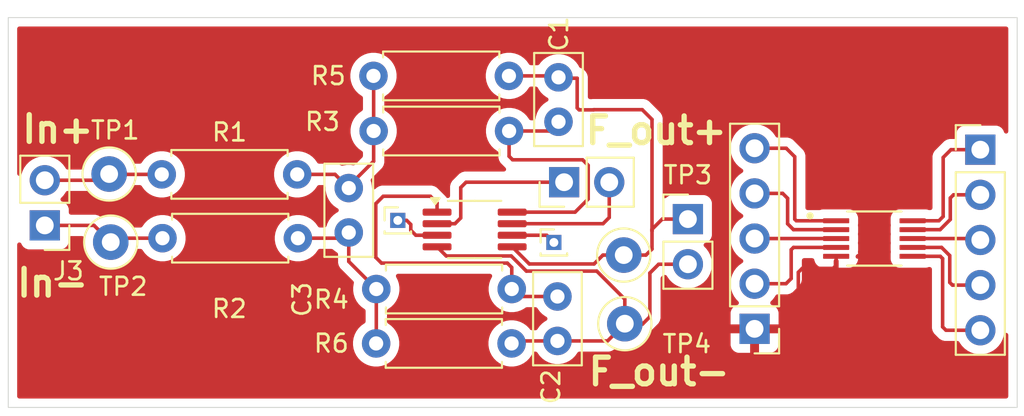
<source format=kicad_pcb>
(kicad_pcb (version 20241229) (generator "pcbnew") (generator_version "9.0")
  (layers (0 "F.Cu" signal) (2 "B.Cu" signal) (13 "F.Paste" user) (15 "B.Paste" user) (5 "F.SilkS" user "F.Silkscreen") (7 "B.SilkS" user "B.Silkscreen") (1 "F.Mask" user) (3 "B.Mask" user) (25 "Edge.Cuts" user))
  (net 0 "")
  (net 1 "Net-(U1-+)")
  (net 2 "Net-(J4-Pin_1)")
  (net 3 "Net-(U1--)")
  (net 4 "Net-(J4-Pin_2)")
  (net 5 "Net-(C3-Pad2)")
  (net 6 "Net-(C3-Pad1)")
  (net 7 "Net-(J1-Pin_1)")
  (net 8 "Net-(J1-Pin_3)")
  (net 9 "Net-(J1-Pin_4)")
  (net 10 "Net-(J1-Pin_5)")
  (net 11 "Net-(J1-Pin_2)")
  (net 12 "Net-(J2-Pin_2)")
  (net 13 "Net-(J2-Pin_3)")
  (net 14 "Net-(J2-Pin_4)")
  (net 15 "Net-(J2-Pin_5)")
  (net 16 "Net-(J3-Pin_2)")
  (net 17 "Net-(J3-Pin_1)")
  (net 18 "Net-(J5-Pin_1)")
  (net 19 "Net-(J6-Pin_1)")
  (net 20 "Net-(J7-Pin_1)")
  (net 21 "Net-(J7-Pin_2)")
  (net 22 "GND")
  (footprint "Package_SO:MSOP-8_3x3mm_P0.65mm" (layer "F.Cu") (at 41.56 31.56)
    (property "Reference" "U1" (hide yes))
    (property "Value" "LTC1992-x-xMS8")
    (fp_line (start 0 -1.61) (end -1.5 -1.61) (stroke (width 0.12)) (layer "F.SilkS"))
    (fp_line (start 0 -1.61) (end 1.5 -1.61) (stroke (width 0.12)) (layer "F.SilkS"))
    (fp_line (start 0 1.61) (end -1.5 1.61) (stroke (width 0.12)) (layer "F.SilkS"))
    (fp_line (start 0 1.61) (end 1.5 1.61) (stroke (width 0.12)) (layer "F.SilkS"))
    (fp_poly (pts (xy -2.2125 -1.435) (xy -2.4525 -1.765) (xy -1.9725 -1.765)) (stroke (width 0.12)) (fill yes) (layer "F.SilkS"))
    (pad "1" smd roundrect (at -2.1125 -0.975) (size 1.625 0.4) (layers "F.Cu" "F.Mask" "F.Paste") (net 3 "Net-(U1--)"))
    (pad "2" smd roundrect (at -2.1125 -0.325) (size 1.625 0.4) (layers "F.Cu" "F.Mask" "F.Paste") (net 20 "Net-(J7-Pin_1)"))
    (pad "3" smd roundrect (at -2.1125 0.325) (size 1.625 0.4) (layers "F.Cu" "F.Mask" "F.Paste") (net 18 "Net-(J5-Pin_1)"))
    (pad "4" smd roundrect (at -2.1125 0.975) (size 1.625 0.4) (layers "F.Cu" "F.Mask" "F.Paste") (net 4 "Net-(J4-Pin_2)"))
    (pad "5" smd roundrect (at 2.1125 0.975) (size 1.625 0.4) (layers "F.Cu" "F.Mask" "F.Paste") (net 2 "Net-(J4-Pin_1)"))
    (pad "6" smd roundrect (at 2.1125 0.325) (size 1.625 0.4) (layers "F.Cu" "F.Mask" "F.Paste") (net 19 "Net-(J6-Pin_1)"))
    (pad "7" smd roundrect (at 2.1125 -0.325) (size 1.625 0.4) (layers "F.Cu" "F.Mask" "F.Paste") (net 21 "Net-(J7-Pin_2)"))
    (pad "8" smd roundrect (at 2.1125 -0.975) (size 1.625 0.4) (layers "F.Cu" "F.Mask" "F.Paste") (net 1 "Net-(U1-+)"))
  )
  (footprint "Connector_PinHeader_2.54mm:PinHeader_1x02_P2.54mm_Vertical" (layer "F.Cu") (at 17.38 31.33 180)
    (property "Reference" "J3" (at -1.33 -2.57 0) (layer "F.SilkS"))
    (property "Value" "Conn_01x02")
    (fp_line (start 1.38 1.27) (end 1.38 3.92) (stroke (width 0.12)) (layer "F.SilkS"))
    (fp_line (start -1.38 3.92) (end 1.38 3.92) (stroke (width 0.12)) (layer "F.SilkS"))
    (fp_line (start -1.38 1.27) (end 1.38 1.27) (stroke (width 0.12)) (layer "F.SilkS"))
    (fp_line (start -1.38 1.27) (end -1.38 3.92) (stroke (width 0.12)) (layer "F.SilkS"))
    (fp_line (start -1.38 0) (end -1.38 -1.38) (stroke (width 0.12)) (layer "F.SilkS"))
    (fp_line (start -1.38 -1.38) (end 0 -1.38) (stroke (width 0.12)) (layer "F.SilkS"))
    (pad "1" thru_hole rect (at 0 0 180) (size 1.7 1.7) (drill 1) (layers "*.Cu" "*.Mask") (net 17 "Net-(J3-Pin_1)"))
    (pad "2" thru_hole circle (at 0 2.54 180) (size 1.7 1.7) (drill 1) (layers "*.Cu" "*.Mask") (net 16 "Net-(J3-Pin_2)"))
  )
  (footprint "TestPoint:TestPoint_Loop_D2.50mm_Drill1.0mm" (layer "F.Cu") (at 21.09 32.27)
    (property "Reference" "TP2" (at 0.7 2.5 0) (layer "F.SilkS"))
    (property "Value" "TestPoint")
    (fp_circle (center 0 0) (end 1.5 0) (stroke (width 0.12)) (fill no) (layer "F.SilkS"))
    (pad "1" thru_hole circle (at 0 0) (size 2 2) (drill 1) (layers "*.Cu" "*.Mask") (net 17 "Net-(J3-Pin_1)"))
  )
  (footprint "Resistor_THT:R_Axial_DIN0207_L6.3mm_D2.5mm_P7.62mm_Horizontal" (layer "F.Cu") (at 36.03 34.91)
    (property "Reference" "R4" (at -2.53 0.59 0) (layer "F.SilkS"))
    (property "Value" "2.25k")
    (fp_line (start 0.54 -1.37) (end 7.08 -1.37) (stroke (width 0.12)) (layer "F.SilkS"))
    (fp_line (start 0.54 -1.04) (end 0.54 -1.37) (stroke (width 0.12)) (layer "F.SilkS"))
    (fp_line (start 0.54 1.04) (end 0.54 1.37) (stroke (width 0.12)) (layer "F.SilkS"))
    (fp_line (start 0.54 1.37) (end 7.08 1.37) (stroke (width 0.12)) (layer "F.SilkS"))
    (fp_line (start 7.08 -1.37) (end 7.08 -1.04) (stroke (width 0.12)) (layer "F.SilkS"))
    (fp_line (start 7.08 1.37) (end 7.08 1.04) (stroke (width 0.12)) (layer "F.SilkS"))
    (pad "1" thru_hole circle (at 0 0) (size 1.6 1.6) (drill 0.8) (layers "*.Cu" "*.Mask") (net 6 "Net-(C3-Pad1)"))
    (pad "2" thru_hole oval (at 7.62 0) (size 1.6 1.6) (drill 0.8) (layers "*.Cu" "*.Mask") (net 3 "Net-(U1--)"))
  )
  (footprint "Connector_PinHeader_1.00mm:PinHeader_1x01_P1.00mm_Vertical" (layer "F.Cu") (at 37.24 31.05)
    (property "Reference" "J5" (hide yes))
    (property "Value" "Conn_01x01")
    (fp_line (start -0.745 -0.735) (end 0 -0.735) (stroke (width 0.12)) (layer "F.SilkS"))
    (fp_line (start -0.745 0) (end -0.745 -0.735) (stroke (width 0.12)) (layer "F.SilkS"))
    (fp_line (start -0.745 0.735) (end -0.745 0.61) (stroke (width 0.12)) (layer "F.SilkS"))
    (fp_line (start -0.745 0.735) (end -0.685565 0.735) (stroke (width 0.12)) (layer "F.SilkS"))
    (fp_line (start -0.745 0.735) (end 0.745 0.735) (stroke (width 0.12)) (layer "F.SilkS"))
    (fp_line (start 0.685565 0.735) (end 0.745 0.735) (stroke (width 0.12)) (layer "F.SilkS"))
    (fp_line (start 0.745 0.735) (end 0.745 0.61) (stroke (width 0.12)) (layer "F.SilkS"))
    (pad "1" thru_hole rect (at 0 0) (size 0.85 0.85) (drill 0.5) (layers "*.Cu" "*.Mask") (net 18 "Net-(J5-Pin_1)"))
  )
  (footprint "Capacitor_THT:C_Disc_D5.0mm_W2.5mm_P2.50mm" (layer "F.Cu") (at 46.28 25.5 90)
    (property "Reference" "C1" (at 4.94 0.02 90) (layer "F.SilkS"))
    (property "Value" "100pF")
    (fp_line (start 3.87 -1.37) (end 3.87 1.37) (stroke (width 0.12)) (layer "F.SilkS"))
    (fp_line (start -1.37 -1.37) (end 3.87 -1.37) (stroke (width 0.12)) (layer "F.SilkS"))
    (fp_line (start -1.37 -1.37) (end -1.37 1.37) (stroke (width 0.12)) (layer "F.SilkS"))
    (fp_line (start -1.37 1.37) (end 3.87 1.37) (stroke (width 0.12)) (layer "F.SilkS"))
    (pad "1" thru_hole circle (at 0 0 90) (size 1.6 1.6) (drill 0.8) (layers "*.Cu" "*.Mask") (net 1 "Net-(U1-+)"))
    (pad "2" thru_hole circle (at 2.5 0 90) (size 1.6 1.6) (drill 0.8) (layers "*.Cu" "*.Mask") (net 2 "Net-(J4-Pin_1)"))
  )
  (footprint "Capacitor_THT:C_Disc_D5.0mm_W2.5mm_P2.50mm" (layer "F.Cu") (at 46.22 35.33 -90)
    (property "Reference" "C2" (at 5.08 0.36 90) (layer "F.SilkS"))
    (property "Value" "100pF")
    (fp_line (start -1.37 1.37) (end 3.87 1.37) (stroke (width 0.12)) (layer "F.SilkS"))
    (fp_line (start -1.37 -1.37) (end -1.37 1.37) (stroke (width 0.12)) (layer "F.SilkS"))
    (fp_line (start -1.37 -1.37) (end 3.87 -1.37) (stroke (width 0.12)) (layer "F.SilkS"))
    (fp_line (start 3.87 -1.37) (end 3.87 1.37) (stroke (width 0.12)) (layer "F.SilkS"))
    (pad "1" thru_hole circle (at 0 0 270) (size 1.6 1.6) (drill 0.8) (layers "*.Cu" "*.Mask") (net 3 "Net-(U1--)"))
    (pad "2" thru_hole circle (at 2.5 0 270) (size 1.6 1.6) (drill 0.8) (layers "*.Cu" "*.Mask") (net 4 "Net-(J4-Pin_2)"))
  )
  (footprint "Connector_PinHeader_1.00mm:PinHeader_1x01_P1.00mm_Vertical" (layer "F.Cu") (at 46.02 32.29)
    (property "Reference" "J6" (hide yes))
    (property "Value" "Conn_01x01")
    (fp_line (start -0.745 -0.735) (end 0 -0.735) (stroke (width 0.12)) (layer "F.SilkS"))
    (fp_line (start -0.745 0) (end -0.745 -0.735) (stroke (width 0.12)) (layer "F.SilkS"))
    (fp_line (start -0.745 0.735) (end -0.745 0.61) (stroke (width 0.12)) (layer "F.SilkS"))
    (fp_line (start -0.745 0.735) (end -0.685565 0.735) (stroke (width 0.12)) (layer "F.SilkS"))
    (fp_line (start -0.745 0.735) (end 0.745 0.735) (stroke (width 0.12)) (layer "F.SilkS"))
    (fp_line (start 0.685565 0.735) (end 0.745 0.735) (stroke (width 0.12)) (layer "F.SilkS"))
    (fp_line (start 0.745 0.735) (end 0.745 0.61) (stroke (width 0.12)) (layer "F.SilkS"))
    (pad "1" thru_hole rect (at 0 0) (size 0.85 0.85) (drill 0.5) (layers "*.Cu" "*.Mask") (net 19 "Net-(J6-Pin_1)"))
  )
  (footprint "MCP33131D-05-E_MS:SOP50P490X110-10N" (layer "F.Cu") (at 64.05 32.07)
    (property "Reference" "U2" (hide yes))
    (property "Value" "~" (hide yes))
    (fp_line (start -1.525 -1.525) (end 1.525 -1.525) (stroke (width 0.127)) (layer "F.SilkS"))
    (fp_line (start -1.525 1.525) (end 1.525 1.525) (stroke (width 0.127)) (layer "F.SilkS"))
    (fp_circle (center -3.62 -1.28) (end -3.52 -1.28) (stroke (width 0.2)) (fill no) (layer "F.SilkS"))
    (pad "1" smd roundrect (at -2.15 -1) (size 1.47 0.28) (layers "F.Cu" "F.Mask" "F.Paste") (roundrect_rratio 0.125) (net 15 "Net-(J2-Pin_5)"))
    (pad "2" smd roundrect (at -2.15 -0.5) (size 1.47 0.28) (layers "F.Cu" "F.Mask" "F.Paste") (roundrect_rratio 0.125) (net 14 "Net-(J2-Pin_4)"))
    (pad "3" smd roundrect (at -2.15 0) (size 1.47 0.28) (layers "F.Cu" "F.Mask" "F.Paste") (roundrect_rratio 0.125) (net 13 "Net-(J2-Pin_3)"))
    (pad "4" smd roundrect (at -2.15 0.5) (size 1.47 0.28) (layers "F.Cu" "F.Mask" "F.Paste") (roundrect_rratio 0.125) (net 12 "Net-(J2-Pin_2)"))
    (pad "5" smd roundrect (at -2.15 1) (size 1.47 0.28) (layers "F.Cu" "F.Mask" "F.Paste") (roundrect_rratio 0.125) (net 22 "GND"))
    (pad "6" smd roundrect (at 2.15 1) (size 1.47 0.28) (layers "F.Cu" "F.Mask" "F.Paste") (roundrect_rratio 0.125) (net 10 "Net-(J1-Pin_5)"))
    (pad "7" smd roundrect (at 2.15 0.5) (size 1.47 0.28) (layers "F.Cu" "F.Mask" "F.Paste") (roundrect_rratio 0.125) (net 9 "Net-(J1-Pin_4)"))
    (pad "8" smd roundrect (at 2.15 0) (size 1.47 0.28) (layers "F.Cu" "F.Mask" "F.Paste") (roundrect_rratio 0.125) (net 8 "Net-(J1-Pin_3)"))
    (pad "9" smd roundrect (at 2.15 -0.5) (size 1.47 0.28) (layers "F.Cu" "F.Mask" "F.Paste") (roundrect_rratio 0.125) (net 11 "Net-(J1-Pin_2)"))
    (pad "10" smd roundrect (at 2.15 -1) (size 1.47 0.28) (layers "F.Cu" "F.Mask" "F.Paste") (roundrect_rratio 0.125) (net 7 "Net-(J1-Pin_1)"))
  )
  (footprint "TestPoint:TestPoint_Loop_D2.50mm_Drill1.0mm" (layer "F.Cu") (at 21 28.44)
    (property "Reference" "TP1" (at 0.34 -2.46 0) (layer "F.SilkS"))
    (property "Value" "TestPoint")
    (fp_circle (center 0 0) (end 1.5 0) (stroke (width 0.12)) (fill no) (layer "F.SilkS"))
    (pad "1" thru_hole circle (at 0 0) (size 2 2) (drill 1) (layers "*.Cu" "*.Mask") (net 16 "Net-(J3-Pin_2)"))
  )
  (footprint "Connector_PinHeader_2.54mm:PinHeader_1x02_P2.54mm_Vertical" (layer "F.Cu") (at 46.595 28.9 90)
    (property "Reference" "J7" (hide yes))
    (property "Value" "Conn_01x02")
    (fp_line (start -1.38 -1.38) (end 0 -1.38) (stroke (width 0.12)) (layer "F.SilkS"))
    (fp_line (start -1.38 0) (end -1.38 -1.38) (stroke (width 0.12)) (layer "F.SilkS"))
    (fp_line (start 1.38 1.27) (end 1.38 3.92) (stroke (width 0.12)) (layer "F.SilkS"))
    (fp_line (start -1.38 1.27) (end 1.38 1.27) (stroke (width 0.12)) (layer "F.SilkS"))
    (fp_line (start -1.38 1.27) (end -1.38 3.92) (stroke (width 0.12)) (layer "F.SilkS"))
    (fp_line (start -1.38 3.92) (end 1.38 3.92) (stroke (width 0.12)) (layer "F.SilkS"))
    (pad "1" thru_hole rect (at 0 0 90) (size 1.7 1.7) (drill 1) (layers "*.Cu" "*.Mask") (net 20 "Net-(J7-Pin_1)"))
    (pad "2" thru_hole circle (at 0 2.54 90) (size 1.7 1.7) (drill 1) (layers "*.Cu" "*.Mask") (net 21 "Net-(J7-Pin_2)"))
  )
  (footprint "Resistor_THT:R_Axial_DIN0207_L6.3mm_D2.5mm_P7.62mm_Horizontal" (layer "F.Cu") (at 36.02 37.97)
    (property "Reference" "R6" (at -2.52 0 0) (layer "F.SilkS"))
    (property "Value" "4.5k")
    (fp_line (start 0.54 -1.37) (end 7.08 -1.37) (stroke (width 0.12)) (layer "F.SilkS"))
    (fp_line (start 0.54 -1.04) (end 0.54 -1.37) (stroke (width 0.12)) (layer "F.SilkS"))
    (fp_line (start 0.54 1.04) (end 0.54 1.37) (stroke (width 0.12)) (layer "F.SilkS"))
    (fp_line (start 0.54 1.37) (end 7.08 1.37) (stroke (width 0.12)) (layer "F.SilkS"))
    (fp_line (start 7.08 -1.37) (end 7.08 -1.04) (stroke (width 0.12)) (layer "F.SilkS"))
    (fp_line (start 7.08 1.37) (end 7.08 1.04) (stroke (width 0.12)) (layer "F.SilkS"))
    (pad "1" thru_hole circle (at 0 0) (size 1.6 1.6) (drill 0.8) (layers "*.Cu" "*.Mask") (net 6 "Net-(C3-Pad1)"))
    (pad "2" thru_hole oval (at 7.62 0) (size 1.6 1.6) (drill 0.8) (layers "*.Cu" "*.Mask") (net 4 "Net-(J4-Pin_2)"))
  )
  (footprint "TestPoint:TestPoint_Loop_D2.50mm_Drill1.0mm" (layer "F.Cu") (at 49.95 33 180)
    (property "Reference" "TP3" (hide yes))
    (property "Value" "TestPoint")
    (fp_circle (center 0 0) (end 1.5 0) (stroke (width 0.12)) (fill no) (layer "F.SilkS"))
    (pad "1" thru_hole circle (at 0 0 180) (size 2 2) (drill 1) (layers "*.Cu" "*.Mask") (net 2 "Net-(J4-Pin_1)"))
  )
  (footprint "Capacitor_THT:C_Disc_D5.0mm_W2.5mm_P2.50mm" (layer "F.Cu") (at 34.48 31.73 90)
    (property "Reference" "C3" (at -3.77 -2.626649 90) (layer "F.SilkS"))
    (property "Value" "200pF")
    (fp_line (start 3.87 -1.37) (end 3.87 1.37) (stroke (width 0.12)) (layer "F.SilkS"))
    (fp_line (start -1.37 -1.37) (end 3.87 -1.37) (stroke (width 0.12)) (layer "F.SilkS"))
    (fp_line (start -1.37 -1.37) (end -1.37 1.37) (stroke (width 0.12)) (layer "F.SilkS"))
    (fp_line (start -1.37 1.37) (end 3.87 1.37) (stroke (width 0.12)) (layer "F.SilkS"))
    (pad "1" thru_hole circle (at 0 0 90) (size 1.6 1.6) (drill 0.8) (layers "*.Cu" "*.Mask") (net 6 "Net-(C3-Pad1)"))
    (pad "2" thru_hole circle (at 2.5 0 90) (size 1.6 1.6) (drill 0.8) (layers "*.Cu" "*.Mask") (net 5 "Net-(C3-Pad2)"))
  )
  (footprint "TestPoint:TestPoint_Loop_D2.50mm_Drill1.0mm" (layer "F.Cu") (at 50.01 36.86 180)
    (property "Reference" "TP4" (at -3.49 -1.14 0) (layer "F.SilkS"))
    (property "Value" "TestPoint")
    (fp_circle (center 0 0) (end 1.5 0) (stroke (width 0.12)) (fill no) (layer "F.SilkS"))
    (pad "1" thru_hole circle (at 0 0 180) (size 2 2) (drill 1) (layers "*.Cu" "*.Mask") (net 4 "Net-(J4-Pin_2)"))
  )
  (footprint "Resistor_THT:R_Axial_DIN0207_L6.3mm_D2.5mm_P7.62mm_Horizontal" (layer "F.Cu") (at 35.88 26.02)
    (property "Reference" "R3" (at -2.88 -0.52 0) (layer "F.SilkS"))
    (property "Value" "2.25k")
    (fp_line (start 0.54 -1.37) (end 7.08 -1.37) (stroke (width 0.12)) (layer "F.SilkS"))
    (fp_line (start 0.54 -1.04) (end 0.54 -1.37) (stroke (width 0.12)) (layer "F.SilkS"))
    (fp_line (start 0.54 1.04) (end 0.54 1.37) (stroke (width 0.12)) (layer "F.SilkS"))
    (fp_line (start 0.54 1.37) (end 7.08 1.37) (stroke (width 0.12)) (layer "F.SilkS"))
    (fp_line (start 7.08 -1.37) (end 7.08 -1.04) (stroke (width 0.12)) (layer "F.SilkS"))
    (fp_line (start 7.08 1.37) (end 7.08 1.04) (stroke (width 0.12)) (layer "F.SilkS"))
    (pad "1" thru_hole circle (at 0 0) (size 1.6 1.6) (drill 0.8) (layers "*.Cu" "*.Mask") (net 5 "Net-(C3-Pad2)"))
    (pad "2" thru_hole oval (at 7.62 0) (size 1.6 1.6) (drill 0.8) (layers "*.Cu" "*.Mask") (net 1 "Net-(U1-+)"))
  )
  (footprint "Resistor_THT:R_Axial_DIN0207_L6.3mm_D2.5mm_P7.62mm_Horizontal" (layer "F.Cu") (at 23.96 28.46)
    (property "Reference" "R1" (at 3.81 -2.37 0) (layer "F.SilkS"))
    (property "Value" "4.5k")
    (fp_line (start 0.54 -1.37) (end 7.08 -1.37) (stroke (width 0.12)) (layer "F.SilkS"))
    (fp_line (start 0.54 -1.04) (end 0.54 -1.37) (stroke (width 0.12)) (layer "F.SilkS"))
    (fp_line (start 0.54 1.04) (end 0.54 1.37) (stroke (width 0.12)) (layer "F.SilkS"))
    (fp_line (start 0.54 1.37) (end 7.08 1.37) (stroke (width 0.12)) (layer "F.SilkS"))
    (fp_line (start 7.08 -1.37) (end 7.08 -1.04) (stroke (width 0.12)) (layer "F.SilkS"))
    (fp_line (start 7.08 1.37) (end 7.08 1.04) (stroke (width 0.12)) (layer "F.SilkS"))
    (pad "1" thru_hole circle (at 0 0) (size 1.6 1.6) (drill 0.8) (layers "*.Cu" "*.Mask") (net 16 "Net-(J3-Pin_2)"))
    (pad "2" thru_hole oval (at 7.62 0) (size 1.6 1.6) (drill 0.8) (layers "*.Cu" "*.Mask") (net 5 "Net-(C3-Pad2)"))
  )
  (footprint "Resistor_THT:R_Axial_DIN0207_L6.3mm_D2.5mm_P7.62mm_Horizontal" (layer "F.Cu") (at 24 32.05)
    (property "Reference" "R2" (at 3.76 3.97 0) (layer "F.SilkS"))
    (property "Value" "4.5k")
    (fp_line (start 0.54 -1.37) (end 7.08 -1.37) (stroke (width 0.12)) (layer "F.SilkS"))
    (fp_line (start 0.54 -1.04) (end 0.54 -1.37) (stroke (width 0.12)) (layer "F.SilkS"))
    (fp_line (start 0.54 1.04) (end 0.54 1.37) (stroke (width 0.12)) (layer "F.SilkS"))
    (fp_line (start 0.54 1.37) (end 7.08 1.37) (stroke (width 0.12)) (layer "F.SilkS"))
    (fp_line (start 7.08 -1.37) (end 7.08 -1.04) (stroke (width 0.12)) (layer "F.SilkS"))
    (fp_line (start 7.08 1.37) (end 7.08 1.04) (stroke (width 0.12)) (layer "F.SilkS"))
    (pad "1" thru_hole circle (at 0 0) (size 1.6 1.6) (drill 0.8) (layers "*.Cu" "*.Mask") (net 17 "Net-(J3-Pin_1)"))
    (pad "2" thru_hole oval (at 7.62 0) (size 1.6 1.6) (drill 0.8) (layers "*.Cu" "*.Mask") (net 6 "Net-(C3-Pad1)"))
  )
  (footprint "Connector_PinHeader_2.54mm:PinHeader_1x05_P2.54mm_Vertical" (layer "F.Cu") (at 70.01 27.07)
    (property "Reference" "J1" (hide yes))
    (property "Value" "Conn_01x05")
    (fp_line (start -1.38 -1.38) (end 0 -1.38) (stroke (width 0.12)) (layer "F.SilkS"))
    (fp_line (start -1.38 0) (end -1.38 -1.38) (stroke (width 0.12)) (layer "F.SilkS"))
    (fp_line (start -1.38 1.27) (end -1.38 11.54) (stroke (width 0.12)) (layer "F.SilkS"))
    (fp_line (start -1.38 1.27) (end 1.38 1.27) (stroke (width 0.12)) (layer "F.SilkS"))
    (fp_line (start -1.38 11.54) (end 1.38 11.54) (stroke (width 0.12)) (layer "F.SilkS"))
    (fp_line (start 1.38 1.27) (end 1.38 11.54) (stroke (width 0.12)) (layer "F.SilkS"))
    (pad "1" thru_hole rect (at 0 0) (size 1.7 1.7) (drill 1) (layers "*.Cu" "*.Mask") (net 7 "Net-(J1-Pin_1)"))
    (pad "2" thru_hole circle (at 0 2.54) (size 1.7 1.7) (drill 1) (layers "*.Cu" "*.Mask") (net 11 "Net-(J1-Pin_2)"))
    (pad "3" thru_hole circle (at 0 5.08) (size 1.7 1.7) (drill 1) (layers "*.Cu" "*.Mask") (net 8 "Net-(J1-Pin_3)"))
    (pad "4" thru_hole circle (at 0 7.62) (size 1.7 1.7) (drill 1) (layers "*.Cu" "*.Mask") (net 9 "Net-(J1-Pin_4)"))
    (pad "5" thru_hole circle (at 0 10.16) (size 1.7 1.7) (drill 1) (layers "*.Cu" "*.Mask") (net 10 "Net-(J1-Pin_5)"))
  )
  (footprint "Connector_PinHeader_2.54mm:PinHeader_1x05_P2.54mm_Vertical" (layer "F.Cu") (at 57.31 37.15 180)
    (property "Reference" "J2" (hide yes))
    (property "Value" "Conn_01x05")
    (fp_line (start 1.38 1.27) (end 1.38 11.54) (stroke (width 0.12)) (layer "F.SilkS"))
    (fp_line (start -1.38 11.54) (end 1.38 11.54) (stroke (width 0.12)) (layer "F.SilkS"))
    (fp_line (start -1.38 1.27) (end 1.38 1.27) (stroke (width 0.12)) (layer "F.SilkS"))
    (fp_line (start -1.38 1.27) (end -1.38 11.54) (stroke (width 0.12)) (layer "F.SilkS"))
    (fp_line (start -1.38 0) (end -1.38 -1.38) (stroke (width 0.12)) (layer "F.SilkS"))
    (fp_line (start -1.38 -1.38) (end 0 -1.38) (stroke (width 0.12)) (layer "F.SilkS"))
    (pad "1" thru_hole rect (at 0 0 180) (size 1.7 1.7) (drill 1) (layers "*.Cu" "*.Mask") (net 22 "GND"))
    (pad "2" thru_hole circle (at 0 2.54 180) (size 1.7 1.7) (drill 1) (layers "*.Cu" "*.Mask") (net 12 "Net-(J2-Pin_2)"))
    (pad "3" thru_hole circle (at 0 5.08 180) (size 1.7 1.7) (drill 1) (layers "*.Cu" "*.Mask") (net 13 "Net-(J2-Pin_3)"))
    (pad "4" thru_hole circle (at 0 7.62 180) (size 1.7 1.7) (drill 1) (layers "*.Cu" "*.Mask") (net 14 "Net-(J2-Pin_4)"))
    (pad "5" thru_hole circle (at 0 10.16 180) (size 1.7 1.7) (drill 1) (layers "*.Cu" "*.Mask") (net 15 "Net-(J2-Pin_5)"))
  )
  (footprint "Connector_PinHeader_2.54mm:PinHeader_1x02_P2.54mm_Vertical" (layer "F.Cu") (at 53.56 30.975)
    (property "Reference" "J4" (hide yes))
    (property "Value" "Conn_01x02")
    (fp_line (start -1.38 -1.38) (end 0 -1.38) (stroke (width 0.12)) (layer "F.SilkS"))
    (fp_line (start -1.38 0) (end -1.38 -1.38) (stroke (width 0.12)) (layer "F.SilkS"))
    (fp_line (start -1.38 1.27) (end -1.38 3.92) (stroke (width 0.12)) (layer "F.SilkS"))
    (fp_line (start -1.38 1.27) (end 1.38 1.27) (stroke (width 0.12)) (layer "F.SilkS"))
    (fp_line (start -1.38 3.92) (end 1.38 3.92) (stroke (width 0.12)) (layer "F.SilkS"))
    (fp_line (start 1.38 1.27) (end 1.38 3.92) (stroke (width 0.12)) (layer "F.SilkS"))
    (pad "1" thru_hole rect (at 0 0) (size 1.7 1.7) (drill 1) (layers "*.Cu" "*.Mask") (net 2 "Net-(J4-Pin_1)"))
    (pad "2" thru_hole circle (at 0 2.54) (size 1.7 1.7) (drill 1) (layers "*.Cu" "*.Mask") (net 4 "Net-(J4-Pin_2)"))
  )
  (footprint "Resistor_THT:R_Axial_DIN0207_L6.3mm_D2.5mm_P7.62mm_Horizontal" (layer "F.Cu") (at 35.87 22.92)
    (property "Reference" "R5" (at -2.54 0 0) (layer "F.SilkS"))
    (property "Value" "4.5k")
    (fp_line (start 0.54 -1.37) (end 7.08 -1.37) (stroke (width 0.12)) (layer "F.SilkS"))
    (fp_line (start 0.54 -1.04) (end 0.54 -1.37) (stroke (width 0.12)) (layer "F.SilkS"))
    (fp_line (start 0.54 1.04) (end 0.54 1.37) (stroke (width 0.12)) (layer "F.SilkS"))
    (fp_line (start 0.54 1.37) (end 7.08 1.37) (stroke (width 0.12)) (layer "F.SilkS"))
    (fp_line (start 7.08 -1.37) (end 7.08 -1.04) (stroke (width 0.12)) (layer "F.SilkS"))
    (fp_line (start 7.08 1.37) (end 7.08 1.04) (stroke (width 0.12)) (layer "F.SilkS"))
    (pad "1" thru_hole circle (at 0 0) (size 1.6 1.6) (drill 0.8) (layers "*.Cu" "*.Mask") (net 5 "Net-(C3-Pad2)"))
    (pad "2" thru_hole oval (at 7.62 0) (size 1.6 1.6) (drill 0.8) (layers "*.Cu" "*.Mask") (net 2 "Net-(J4-Pin_1)"))
  )
  (gr_rect (start 15.325 19.64) (end 72.085 41.57) (stroke (width 0.05)) (fill no) (layer "Edge.Cuts"))
  (gr_text "TP3\n" (at 53.56 28.5 0) (layer "F.SilkS") (effects (font (size 1 1))))
  (gr_text "In-" (at 15.66 35.45 0) (layer "F.SilkS") (effects (font (size 1.5 1.5) (thickness 0.3) (bold yes)) (justify left bottom)))
  (gr_text "F_out-" (at 47.81 40.44 0) (layer "F.SilkS") (effects (font (size 1.5 1.5) (thickness 0.3) (bold yes)) (justify left bottom)))
  (gr_text "In+\n" (at 15.95 26.8 0) (layer "F.SilkS") (effects (font (size 1.5 1.5) (thickness 0.3) (bold yes)) (justify left bottom)))
  (gr_text "F_out+" (at 47.65 26.87 0) (layer "F.SilkS") (effects (font (size 1.5 1.5) (thickness 0.3) (bold yes)) (justify left bottom)))
  (segment (start 47.95 27.953) (end 47.95 29.847) (width 0.2) (layer "F.Cu") (net 1))
  (segment (start 43.5 26.02) (end 45.76 26.02) (width 0.2) (layer "F.Cu") (net 1))
  (segment (start 43.99 25.53) (end 43.5 26.02) (width 0.2) (layer "F.Cu") (net 1))
  (segment (start 47.637 27.64) (end 47.95 27.953) (width 0.2) (layer "F.Cu") (net 1))
  (segment (start 47.212 30.585) (end 43.6725 30.585) (width 0.2) (layer "F.Cu") (net 1))
  (segment (start 45.76 26.02) (end 46.28 25.5) (width 0.2) (layer "F.Cu") (net 1))
  (segment (start 43.7 27.64) (end 47.637 27.64) (width 0.2) (layer "F.Cu") (net 1))
  (segment (start 47.95 29.847) (end 47.212 30.585) (width 0.2) (layer "F.Cu") (net 1))
  (segment (start 43.5 26.02) (end 43.5 27.44) (width 0.2) (layer "F.Cu") (net 1))
  (segment (start 43.5 27.44) (end 43.7 27.64) (width 0.2) (layer "F.Cu") (net 1))
  (segment (start 51.54 25.37) (end 51.54 31.64) (width 0.2) (layer "F.Cu") (net 2))
  (segment (start 51.2 33) (end 51.54 32.66) (width 0.2) (layer "F.Cu") (net 2))
  (segment (start 46.2 22.92) (end 46.28 23) (width 0.2) (layer "F.Cu") (net 2))
  (segment (start 49.95 33) (end 51.2 33) (width 0.2) (layer "F.Cu") (net 2))
  (segment (start 50.99 24.82) (end 51.54 25.37) (width 0.2) (layer "F.Cu") (net 2))
  (segment (start 48.28 33.5) (end 48.78 33) (width 0.2) (layer "F.Cu") (net 2))
  (segment (start 48.26 24.83) (end 48.27 24.82) (width 0.2) (layer "F.Cu") (net 2))
  (segment (start 43.6725 32.535) (end 44.6375 33.5) (width 0.2) (layer "F.Cu") (net 2))
  (segment (start 44.6375 33.5) (end 48.28 33.5) (width 0.2) (layer "F.Cu") (net 2))
  (segment (start 46.28 23) (end 46.33 23.05) (width 0.2) (layer "F.Cu") (net 2))
  (segment (start 52.115 30.975) (end 53.56 30.975) (width 0.2) (layer "F.Cu") (net 2))
  (segment (start 47.44 24.83) (end 48.26 24.83) (width 0.2) (layer "F.Cu") (net 2))
  (segment (start 47.33 24.72) (end 47.44 24.83) (width 0.2) (layer "F.Cu") (net 2))
  (segment (start 48.78 33) (end 49.95 33) (width 0.2) (layer "F.Cu") (net 2))
  (segment (start 46.33 23.05) (end 47.33 23.05) (width 0.2) (layer "F.Cu") (net 2))
  (segment (start 47.33 23.05) (end 47.33 24.72) (width 0.2) (layer "F.Cu") (net 2))
  (segment (start 51.54 31.55) (end 52.115 30.975) (width 0.2) (layer "F.Cu") (net 2))
  (segment (start 51.54 32.66) (end 51.54 31.64) (width 0.2) (layer "F.Cu") (net 2))
  (segment (start 43.49 22.92) (end 46.2 22.92) (width 0.2) (layer "F.Cu") (net 2))
  (segment (start 43.5 22.97) (end 43.38 22.85) (width 0.2) (layer "F.Cu") (net 2))
  (segment (start 51.54 31.64) (end 51.54 31.55) (width 0.2) (layer "F.Cu") (net 2))
  (segment (start 48.27 24.82) (end 50.99 24.82) (width 0.2) (layer "F.Cu") (net 2))
  (segment (start 36 30.11) (end 36.42 29.69) (width 0.2) (layer "F.Cu") (net 3))
  (segment (start 39.4475 30.0675) (end 39.4475 30.585) (width 0.2) (layer "F.Cu") (net 3))
  (segment (start 44.07 35.33) (end 43.65 34.91) (width 0.2) (layer "F.Cu") (net 3))
  (segment (start 46.22 35.33) (end 44.07 35.33) (width 0.2) (layer "F.Cu") (net 3))
  (segment (start 43.65 33.7) (end 43.401 33.451) (width 0.2) (layer "F.Cu") (net 3))
  (segment (start 43.401 33.451) (end 36.321 33.451) (width 0.2) (layer "F.Cu") (net 3))
  (segment (start 39.07 29.69) (end 39.4475 30.0675) (width 0.2) (layer "F.Cu") (net 3))
  (segment (start 36.42 29.69) (end 39.07 29.69) (width 0.2) (layer "F.Cu") (net 3))
  (segment (start 36 33.13) (end 36 30.11) (width 0.2) (layer "F.Cu") (net 3))
  (segment (start 36.321 33.451) (end 36 33.13) (width 0.2) (layer "F.Cu") (net 3))
  (segment (start 43.65 34.91) (end 43.65 33.7) (width 0.2) (layer "F.Cu") (net 3))
  (segment (start 50.01 35.48) (end 50.01 36.86) (width 0.2) (layer "F.Cu") (net 4))
  (segment (start 48.431 33.901) (end 50.01 35.48) (width 0.2) (layer "F.Cu") (net 4))
  (segment (start 39.4475 32.535) (end 39.9625 33.05) (width 0.2) (layer "F.Cu") (net 4))
  (segment (start 50.01 36.86) (end 50.99 36.86) (width 0.2) (layer "F.Cu") (net 4))
  (segment (start 44.4714 33.901) (end 48.431 33.901) (width 0.2) (layer "F.Cu") (net 4))
  (segment (start 39.9625 33.05) (end 43.6204 33.05) (width 0.2) (layer "F.Cu") (net 4))
  (segment (start 46.22 37.83) (end 49.04 37.83) (width 0.2) (layer "F.Cu") (net 4))
  (segment (start 51.42 34.01) (end 51.915 33.515) (width 0.2) (layer "F.Cu") (net 4))
  (segment (start 51.915 33.515) (end 53.56 33.515) (width 0.2) (layer "F.Cu") (net 4))
  (segment (start 50.99 36.86) (end 51.01 36.88) (width 0.2) (layer "F.Cu") (net 4))
  (segment (start 46.22 37.83) (end 43.78 37.83) (width 0.2) (layer "F.Cu") (net 4))
  (segment (start 49.04 37.83) (end 50.01 36.86) (width 0.2) (layer "F.Cu") (net 4))
  (segment (start 51.42 36.47) (end 51.42 34.01) (width 0.2) (layer "F.Cu") (net 4))
  (segment (start 43.6204 33.05) (end 44.4714 33.901) (width 0.2) (layer "F.Cu") (net 4))
  (segment (start 43.78 37.83) (end 43.64 37.97) (width 0.2) (layer "F.Cu") (net 4))
  (segment (start 51.01 36.88) (end 51.42 36.47) (width 0.2) (layer "F.Cu") (net 4))
  (segment (start 35.88 26.02) (end 35.88 22.93) (width 0.2) (layer "F.Cu") (net 5))
  (segment (start 34.48 29.23) (end 34.48 29.12) (width 0.2) (layer "F.Cu") (net 5))
  (segment (start 34.36 29.23) (end 34.48 29.23) (width 0.2) (layer "F.Cu") (net 5))
  (segment (start 33.71 28.46) (end 34.48 29.23) (width 0.2) (layer "F.Cu") (net 5))
  (segment (start 34.48 29.12) (end 35.88 27.72) (width 0.2) (layer "F.Cu") (net 5))
  (segment (start 35.88 27.72) (end 35.88 26.02) (width 0.2) (layer "F.Cu") (net 5))
  (segment (start 31.58 28.46) (end 33.71 28.46) (width 0.2) (layer "F.Cu") (net 5))
  (segment (start 35.88 22.93) (end 35.87 22.92) (width 0.2) (layer "F.Cu") (net 5))
  (segment (start 34.48 33.36) (end 36.03 34.91) (width 0.2) (layer "F.Cu") (net 6))
  (segment (start 34.01 31.73) (end 34.48 31.73) (width 0.2) (layer "F.Cu") (net 6))
  (segment (start 31.62 32.05) (end 34.16 32.05) (width 0.2) (layer "F.Cu") (net 6))
  (segment (start 34.48 31.73) (end 34.48 33.36) (width 0.2) (layer "F.Cu") (net 6))
  (segment (start 36.03 37.96) (end 36.02 37.97) (width 0.2) (layer "F.Cu") (net 6))
  (segment (start 36.03 34.91) (end 36.03 37.96) (width 0.2) (layer "F.Cu") (net 6))
  (segment (start 34.16 32.05) (end 34.48 31.73) (width 0.2) (layer "F.Cu") (net 6))
  (segment (start 68.36 27.07) (end 70.01 27.07) (width 0.2) (layer "F.Cu") (net 7))
  (segment (start 67.68 31.07) (end 67.92 30.83) (width 0.2) (layer "F.Cu") (net 7))
  (segment (start 67.92 30.83) (end 67.92 27.51) (width 0.2) (layer "F.Cu") (net 7))
  (segment (start 67.92 27.51) (end 68.36 27.07) (width 0.2) (layer "F.Cu") (net 7))
  (segment (start 70.01 27.26) (end 70.01 27.07) (width 0.2) (layer "F.Cu") (net 7))
  (segment (start 66.2 31.07) (end 67.68 31.07) (width 0.2) (layer "F.Cu") (net 7))
  (segment (start 70.01 32.15) (end 69.93 32.07) (width 0.2) (layer "F.Cu") (net 8))
  (segment (start 69.93 32.07) (end 66.2 32.07) (width 0.2) (layer "F.Cu") (net 8))
  (segment (start 67.83 32.57) (end 68.29 33.03) (width 0.2) (layer "F.Cu") (net 9))
  (segment (start 68.29 33.03) (end 68.29 34.54) (width 0.2) (layer "F.Cu") (net 9))
  (segment (start 68.29 34.54) (end 68.44 34.69) (width 0.2) (layer "F.Cu") (net 9))
  (segment (start 68.44 34.69) (end 70.01 34.69) (width 0.2) (layer "F.Cu") (net 9))
  (segment (start 66.2 32.57) (end 67.83 32.57) (width 0.2) (layer "F.Cu") (net 9))
  (segment (start 68.08 37.23) (end 70.01 37.23) (width 0.2) (layer "F.Cu") (net 10))
  (segment (start 67.889 37.039) (end 68.08 37.23) (width 0.2) (layer "F.Cu") (net 10))
  (segment (start 67.889 33.2) (end 67.889 37.039) (width 0.2) (layer "F.Cu") (net 10))
  (segment (start 67.759 33.07) (end 67.889 33.2) (width 0.2) (layer "F.Cu") (net 10))
  (segment (start 70.01 36.88) (end 70.01 37.23) (width 0.2) (layer "F.Cu") (net 10))
  (segment (start 66.2 33.07) (end 67.759 33.07) (width 0.2) (layer "F.Cu") (net 10))
  (segment (start 68.501 29.61) (end 68.321 29.79) (width 0.2) (layer "F.Cu") (net 11))
  (segment (start 67.7471 31.57) (end 66.2 31.57) (width 0.2) (layer "F.Cu") (net 11))
  (segment (start 68.321 30.9961) (end 67.7471 31.57) (width 0.2) (layer "F.Cu") (net 11))
  (segment (start 68.321 29.79) (end 68.321 30.9961) (width 0.2) (layer "F.Cu") (net 11))
  (segment (start 70.01 29.61) (end 68.501 29.61) (width 0.2) (layer "F.Cu") (net 11))
  (segment (start 59.08 34.61) (end 59.37 34.32) (width 0.2) (layer "F.Cu") (net 12))
  (segment (start 57.31 34.61) (end 59.08 34.61) (width 0.2) (layer "F.Cu") (net 12))
  (segment (start 59.37 34.32) (end 59.37 32.7) (width 0.2) (layer "F.Cu") (net 12))
  (segment (start 59.37 32.7) (end 59.5 32.57) (width 0.2) (layer "F.Cu") (net 12))
  (segment (start 59.5 32.57) (end 61.9 32.57) (width 0.2) (layer "F.Cu") (net 12))
  (segment (start 57.31 32.07) (end 61.9 32.07) (width 0.2) (layer "F.Cu") (net 13))
  (segment (start 59.169 29.809) (end 59.169 31.239) (width 0.2) (layer "F.Cu") (net 14))
  (segment (start 58.89 29.53) (end 59.169 29.809) (width 0.2) (layer "F.Cu") (net 14))
  (segment (start 57.31 29.53) (end 58.89 29.53) (width 0.2) (layer "F.Cu") (net 14))
  (segment (start 59.5 31.57) (end 61.9 31.57) (width 0.2) (layer "F.Cu") (net 14))
  (segment (start 59.169 31.239) (end 59.5 31.57) (width 0.2) (layer "F.Cu") (net 14))
  (segment (start 59.09 26.99) (end 59.57 27.47) (width 0.2) (layer "F.Cu") (net 15))
  (segment (start 57.31 26.99) (end 59.09 26.99) (width 0.2) (layer "F.Cu") (net 15))
  (segment (start 59.66 31.07) (end 61.9 31.07) (width 0.2) (layer "F.Cu") (net 15))
  (segment (start 59.57 30.98) (end 59.66 31.07) (width 0.2) (layer "F.Cu") (net 15))
  (segment (start 61.39 31.07) (end 61.9 31.07) (width 0.2) (layer "F.Cu") (net 15))
  (segment (start 59.57 27.47) (end 59.57 30.98) (width 0.2) (layer "F.Cu") (net 15))
  (segment (start 21 28.44) (end 21.06 28.44) (width 0.2) (layer "F.Cu") (net 16))
  (segment (start 21.08 28.46) (end 23.96 28.46) (width 0.2) (layer "F.Cu") (net 16))
  (segment (start 21.06 28.44) (end 21.08 28.46) (width 0.2) (layer "F.Cu") (net 16))
  (segment (start 17.38 28.79) (end 20.65 28.79) (width 0.2) (layer "F.Cu") (net 16))
  (segment (start 20.65 28.79) (end 21 28.44) (width 0.2) (layer "F.Cu") (net 16))
  (segment (start 20.15 31.33) (end 21.09 32.27) (width 0.2) (layer "F.Cu") (net 17))
  (segment (start 17.38 31.33) (end 20.15 31.33) (width 0.2) (layer "F.Cu") (net 17))
  (segment (start 21.37 32.05) (end 24 32.05) (width 0.2) (layer "F.Cu") (net 17))
  (segment (start 21.09 32.27) (end 21.15 32.27) (width 0.2) (layer "F.Cu") (net 17))
  (segment (start 21.15 32.27) (end 21.37 32.05) (width 0.2) (layer "F.Cu") (net 17))
  (segment (start 37.74 31.05) (end 37.97 31.28) (width 0.2) (layer "F.Cu") (net 18))
  (segment (start 37.97 31.28) (end 37.97 31.6) (width 0.2) (layer "F.Cu") (net 18))
  (segment (start 37.97 31.6) (end 38.255 31.885) (width 0.2) (layer "F.Cu") (net 18))
  (segment (start 37.24 31.05) (end 37.74 31.05) (width 0.2) (layer "F.Cu") (net 18))
  (segment (start 38.255 31.885) (end 39.4475 31.885) (width 0.2) (layer "F.Cu") (net 18))
  (segment (start 45.615 31.885) (end 43.6725 31.885) (width 0.2) (layer "F.Cu") (net 19))
  (segment (start 46.02 32.29) (end 45.615 31.885) (width 0.2) (layer "F.Cu") (net 19))
  (segment (start 41.08 28.9) (end 46.595 28.9) (width 0.2) (layer "F.Cu") (net 20))
  (segment (start 39.4475 31.235) (end 40.455 31.235) (width 0.2) (layer "F.Cu") (net 20))
  (segment (start 40.455 31.235) (end 40.78 30.91) (width 0.2) (layer "F.Cu") (net 20))
  (segment (start 40.78 29.2) (end 41.08 28.9) (width 0.2) (layer "F.Cu") (net 20))
  (segment (start 40.78 30.91) (end 40.78 29.2) (width 0.2) (layer "F.Cu") (net 20))
  (segment (start 43.6725 31.235) (end 48.785 31.235) (width 0.2) (layer "F.Cu") (net 21))
  (segment (start 49.135 30.885) (end 49.135 28.9) (width 0.2) (layer "F.Cu") (net 21))
  (segment (start 48.785 31.235) (end 49.135 30.885) (width 0.2) (layer "F.Cu") (net 21))
  (segment (start 57.31 37.15) (end 59.34 37.15) (width 0.2) (layer "F.Cu") (net 22))
  (segment (start 59.771 36.719) (end 59.771 33.969) (width 0.2) (layer "F.Cu") (net 22))
  (segment (start 61.9 33.54) (end 61.9 33.07) (width 0.2) (layer "F.Cu") (net 22))
  (segment (start 61.73 33.75) (end 61.92 33.56) (width 0.2) (layer "F.Cu") (net 22))
  (segment (start 59.771 33.969) (end 59.99 33.75) (width 0.2) (layer "F.Cu") (net 22))
  (segment (start 59.99 33.75) (end 61.73 33.75) (width 0.2) (layer "F.Cu") (net 22))
  (segment (start 59.34 37.15) (end 59.771 36.719) (width 0.2) (layer "F.Cu") (net 22))
  (segment (start 61.92 33.56) (end 61.9 33.54) (width 0.2) (layer "F.Cu") (net 22))
  (zone (net 22) (net_name "GND") (layer "F.Cu") (connect_pads (clearance 0.5)) (min_thickness 0.25) (fill yes (thermal_gap 0.5) (thermal_bridge_width 0.5))
    (polygon (pts (xy 15.02 19.08) (xy 72.27 18.65) (xy 72.48 41.89) (xy 14.86 42.06)))
  )
)
</source>
